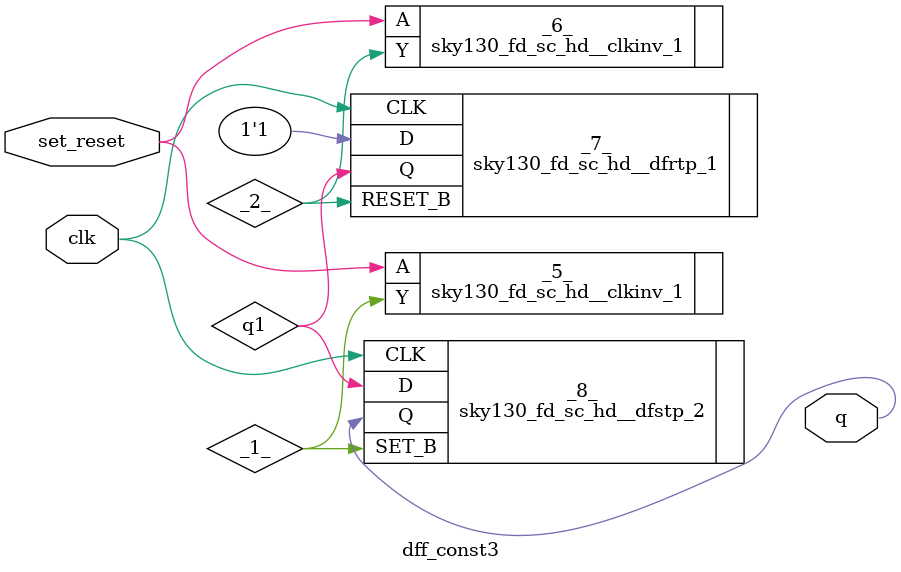
<source format=v>
/* Generated by Yosys 0.7 (git sha1 61f6811, gcc 6.2.0-11ubuntu1 -O2 -fdebug-prefix-map=/build/yosys-OIL3SR/yosys-0.7=. -fstack-protector-strong -fPIC -Os) */

module dff_const3(clk, set_reset, q);
  wire _0_;
  wire _1_;
  wire _2_;
  wire _3_;
  wire _4_;
  input clk;
  output q;
  wire q1;
  input set_reset;
  sky130_fd_sc_hd__clkinv_1 _5_ (
    .A(_0_),
    .Y(_1_)
  );
  sky130_fd_sc_hd__clkinv_1 _6_ (
    .A(_0_),
    .Y(_2_)
  );
  sky130_fd_sc_hd__dfrtp_1 _7_ (
    .CLK(clk),
    .D(1'b1),
    .Q(q1),
    .RESET_B(_3_)
  );
  sky130_fd_sc_hd__dfstp_2 _8_ (
    .CLK(clk),
    .D(q1),
    .Q(q),
    .SET_B(_4_)
  );
  assign _0_ = set_reset;
  assign _4_ = _1_;
  assign _3_ = _2_;
endmodule

</source>
